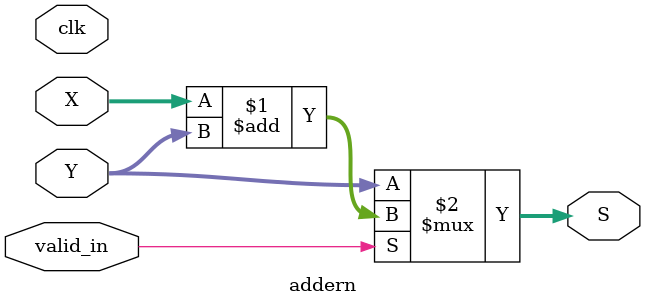
<source format=v>
`timescale 1ns/1ps
module ALU(X, B, R, y, valid_in, clk);
    input [15:0] X, B;
    input clk;
    input R;
	input valid_in;  // Add the new control signal
    output reg [38:0] y;

    wire [38:0] multiplier_out;
    wire [38:0] adder_out;

	// Instantiate the multiplier and adder modules
    multiplier multiplier (.A(X), .B(B), .Out(multiplier_out));
    addern adder (.X(multiplier_out), .Y(y), .S(adder_out), .valid_in(valid_in), .clk(clk));  // Pass valid_in to the adder

    // Clocked logic
    always @(posedge clk) begin
        if (R) 
            y <= 39'b0;  // Reset y to zero when R is active
        else
            y <= adder_out;  // Update y with the adder's output
    end
endmodule


module multiplier(A,B,Out);
	
	input wire [15:0]A,B;
	output wire [38:0]Out;
	
	assign Out[31:0] = A * B;
	assign Out[38:32] = {7{Out[31]}};
endmodule


module addern(X, Y, S, valid_in, clk);
    parameter n = 38; // Update to 38 for 39-bit width
    input wire [n:0] X, Y;
    input wire valid_in, clk;
    output wire [n:0] S;

	assign S = valid_in ? X + Y : Y;
endmodule


</source>
